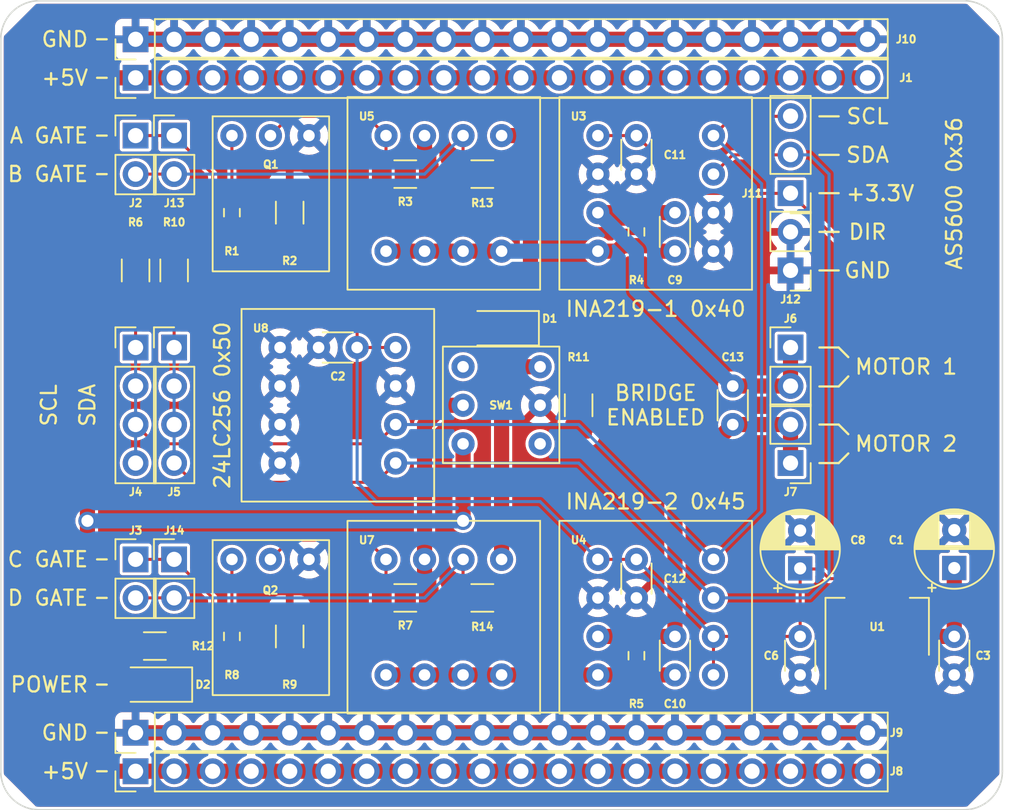
<source format=kicad_pcb>
(kicad_pcb (version 20211014) (generator pcbnew)
  (layers (0 "F.Cu" signal) (31 "B.Cu" signal) (34 "B.Paste" user) (35 "F.Paste" user) (36 "B.SilkS" user "B.Silkscreen") (37 "F.SilkS" user "F.Silkscreen") (38 "B.Mask" user) (39 "F.Mask" user) (44 "Edge.Cuts" user))
  (net 0 "")
  (net 1 "+5V")
  (net 2 "GNDD")
  (net 3 "+3V3")
  (net 4 "I_SENS_1 +")
  (net 5 "I_SENS_1 -")
  (net 6 "I_SENS_2 +")
  (net 7 "I_SENS_2 -")
  (net 8 "Net-(D1-Pad1)")
  (net 9 "SW1")
  (net 10 "Net-(D2-Pad1)")
  (net 11 "C")
  (net 12 "D")
  (net 13 "Net-(Q1-Pad3)")
  (net 14 "SW2")
  (net 15 "Net-(Q2-Pad3)")
  (net 16 "A")
  (net 17 "B")
  (net 18 "Net-(Q1-Pad1)")
  (net 19 "Net-(Q2-Pad1)")
  (net 21 "SCL1")
  (net 22 "SDA1")
  (footprint "Capacitor_THT:CP_Radial_D5.0mm_P2.50mm" (layer "F.Cu") (at 80.645 60.260113 90)
    (fp_text reference "C1")
    (fp_text value "33uF")
  )
  (footprint "Custom Footprints:C_Disc_P2.54mm" (layer "F.Cu") (at 66.04 49.53 -90)
    (fp_text reference "C13")
    (fp_text value "100nF")
  )
  (footprint "Resistor_SMD:R_1206_3216Metric_Pad1.30x1.75mm_HandSolder" (layer "F.Cu") (at 44.45 62.23 180)
    (fp_text reference "R7")
    (fp_text value "10K")
  )
  (footprint "Custom Footprints:C_Disc_P2.54mm" (layer "F.Cu") (at 59.69 33.02 90)
    (fp_text reference "C11")
    (fp_text value "100nF")
  )
  (footprint "Custom Footprints:C_Disc_P2.54mm" (layer "F.Cu") (at 62.23 66.04 90)
    (fp_text reference "C10")
    (fp_text value "100nF")
  )
  (footprint "Connector_PinHeader_2.54mm:PinHeader_1x20_P2.54mm_Vertical" (layer "F.Cu") (at 26.67 73.66 90)
    (fp_text reference "J8")
    (fp_text value "5V")
  )
  (footprint "Diode_SMD:D_1206_3216Metric_Pad1.42x1.75mm_HandSolder" (layer "F.Cu") (at 27.94 67.945 180)
    (fp_text reference "D2")
    (fp_text value "PWR")
  )
  (footprint "Resistor_SMD:R_0603_1608Metric_Pad0.98x0.95mm_HandSolder" (layer "F.Cu") (at 59.69 66.04 -90)
    (fp_text reference "R5")
    (fp_text value "10m")
  )
  (footprint "Resistor_SMD:R_1206_3216Metric_Pad1.30x1.75mm_HandSolder" (layer "F.Cu") (at 36.83 64.77 90)
    (fp_text reference "R9")
    (fp_text value "10K")
  )
  (footprint "Custom Footprints:C_Disc_P2.54mm" (layer "F.Cu") (at 70.485 66.04 -90)
    (fp_text reference "C6")
    (fp_text value "100nF")
  )
  (footprint "Custom Footprints:C_Disc_P2.54mm" (layer "F.Cu") (at 80.645 66.04 -90)
    (fp_text reference "C3")
    (fp_text value "100nF")
  )
  (footprint "Connector_PinHeader_2.54mm:PinHeader_1x20_P2.54mm_Vertical" (layer "F.Cu") (at 26.67 27.94 90)
    (fp_text reference "J1")
    (fp_text value "5V")
  )
  (footprint "Connector_PinHeader_2.54mm:PinHeader_1x20_P2.54mm_Vertical" (layer "F.Cu") (at 26.67 25.4 90)
    (fp_text reference "J10")
    (fp_text value "GND")
  )
  (footprint "Connector_PinHeader_2.54mm:PinHeader_1x02_P2.54mm_Vertical" (layer "F.Cu") (at 69.85 45.72)
    (fp_text reference "J6")
    (fp_text value "MOT1")
  )
  (footprint "Custom Footprints:SOT-23 Breadboard Adapter" (layer "F.Cu") (at 35.56 62.23)
    (fp_text reference "Q2")
    (fp_text value "AO3400A")
  )
  (footprint "Connector_PinHeader_2.54mm:PinHeader_1x03_P2.54mm_Vertical" (layer "F.Cu") (at 69.85 35.545 180)
    (fp_text reference "J11")
    (fp_text value "AS5600 I2C/PWR")
  )
  (footprint "Resistor_SMD:R_1206_3216Metric_Pad1.30x1.75mm_HandSolder" (layer "F.Cu") (at 49.53 34.29)
    (fp_text reference "R13")
    (fp_text value "10K")
  )
  (footprint "Connector_PinHeader_2.54mm:PinHeader_1x20_P2.54mm_Vertical" (layer "F.Cu") (at 26.67 71.12 90)
    (fp_text reference "J9")
    (fp_text value "GND")
  )
  (footprint "Resistor_SMD:R_1206_3216Metric_Pad1.30x1.75mm_HandSolder" (layer "F.Cu") (at 36.83 36.83 90)
    (fp_text reference "R2")
    (fp_text value "10K")
  )
  (footprint "Resistor_SMD:R_1206_3216Metric_Pad1.30x1.75mm_HandSolder" (layer "F.Cu") (at 29.21 40.64 90)
    (fp_text reference "R10")
    (fp_text value "10K")
  )
  (footprint "Capacitor_THT:CP_Radial_D5.0mm_P2.50mm" (layer "F.Cu") (at 70.485 60.285 90)
    (fp_text reference "C8")
    (fp_text value "33uF")
  )
  (footprint "Custom Footprints:SOIC-8 Breadboard Adapter" (layer "F.Cu") (at 46.99 63.5 -90)
    (fp_text reference "U7")
    (fp_text value "IRF7307")
  )
  (footprint "Resistor_SMD:R_0603_1608Metric_Pad0.98x0.95mm_HandSolder" (layer "F.Cu") (at 59.69 38.1 90)
    (fp_text reference "R4")
    (fp_text value "10m")
  )
  (footprint "Connector_PinHeader_2.54mm:PinHeader_1x02_P2.54mm_Vertical" (layer "F.Cu") (at 69.85 40.64 180)
    (fp_text reference "J12")
    (fp_text value "AS5600 GND")
  )
  (footprint "Custom Footprints:C_Disc_P2.54mm" (layer "F.Cu") (at 59.69 60.96 90)
    (fp_text reference "C12")
    (fp_text value "100nF")
  )
  (footprint "Resistor_SMD:R_1206_3216Metric_Pad1.30x1.75mm_HandSolder" (layer "F.Cu") (at 27.94 65.405 180)
    (fp_text reference "R12")
    (fp_text value "1K")
  )
  (footprint "Resistor_SMD:R_1206_3216Metric_Pad1.30x1.75mm_HandSolder" (layer "F.Cu") (at 55.88 49.53 -90)
    (fp_text reference "R11")
    (fp_text value "1K")
  )
  (footprint "Resistor_SMD:R_0603_1608Metric_Pad0.98x0.95mm_HandSolder" (layer "F.Cu") (at 33.02 64.77 -90)
    (fp_text reference "R8")
    (fp_text value "100R")
  )
  (footprint "Package_TO_SOT_SMD:SOT-223-3_TabPin2" (layer "F.Cu") (at 75.565 64.135 90)
    (fp_text reference "U1")
    (fp_text value "AMS1117-3.3")
  )
  (footprint "Connector_PinHeader_2.54mm:PinHeader_1x04_P2.54mm_Vertical" (layer "F.Cu") (at 29.21 45.72)
    (fp_text reference "J5")
    (fp_text value "SDA")
  )
  (footprint "Connector_PinHeader_2.54mm:PinHeader_1x02_P2.54mm_Vertical" (layer "F.Cu") (at 29.21 59.69)
    (fp_text reference "J14")
    (fp_text value "CD TST")
  )
  (footprint "Custom Footprints:SOT-23 Breadboard Adapter" (layer "F.Cu") (at 35.56 34.29)
    (fp_text reference "Q1")
    (fp_text value "AO3400A")
  )
  (footprint "Resistor_SMD:R_1206_3216Metric_Pad1.30x1.75mm_HandSolder" (layer "F.Cu") (at 26.67 40.64 90)
    (fp_text reference "R6")
    (fp_text value "10K")
  )
  (footprint "Custom Footprints:C_Disc_P2.54mm" (layer "F.Cu") (at 62.23 38.1 90)
    (fp_text reference "C9")
    (fp_text value "100nF")
  )
  (footprint "Resistor_SMD:R_1206_3216Metric_Pad1.30x1.75mm_HandSolder" (layer "F.Cu") (at 49.53 62.23)
    (fp_text reference "R14")
    (fp_text value "10K")
  )
  (footprint "Custom Footprints:SOIC-8 Breadboard Adapter" (layer "F.Cu") (at 40.005 49.53)
    (fp_text reference "U8")
    (fp_text value "24LC256")
  )
  (footprint "Connector_PinHeader_2.54mm:PinHeader_1x04_P2.54mm_Vertical" (layer "F.Cu") (at 26.67 45.72)
    (fp_text reference "J4")
    (fp_text value "SCL")
  )
  (footprint "Connector_PinHeader_2.54mm:PinHeader_1x02_P2.54mm_Vertical" (layer "F.Cu") (at 29.21 31.75)
    (fp_text reference "J13")
    (fp_text value "AB TST")
  )
  (footprint "Diode_SMD:D_1206_3216Metric_Pad1.42x1.75mm_HandSolder" (layer "F.Cu") (at 50.8 44.45 180)
    (fp_text reference "D1")
    (fp_text value "BRIDGE")
  )
  (footprint "Connector_PinHeader_2.54mm:PinHeader_1x02_P2.54mm_Vertical" (layer "F.Cu") (at 69.85 53.34 180)
    (fp_text reference "J7")
    (fp_text value "MOT2")
  )
  (footprint "Connector_PinHeader_2.54mm:PinHeader_1x02_P2.54mm_Vertical" (layer "F.Cu") (at 26.67 31.75)
    (fp_text reference "J2")
    (fp_text value "AB CMD")
  )
  (footprint "Resistor_SMD:R_0603_1608Metric_Pad0.98x0.95mm_HandSolder" (layer "F.Cu") (at 33.02 36.83 90)
    (fp_text reference "R1")
    (fp_text value "100R")
  )
  (footprint "Resistor_SMD:R_1206_3216Metric_Pad1.30x1.75mm_HandSolder" (layer "F.Cu") (at 44.45 34.29 180)
    (fp_text reference "R3")
    (fp_text value "10K")
  )
  (footprint "Custom Footprints:SOIC-8 Breadboard Adapter" (layer "F.Cu") (at 60.96 63.5 180)
    (fp_text reference "U4")
    (fp_text value "INA219AxD")
  )
  (footprint "Custom Footprints:SOIC-8 Breadboard Adapter" (layer "F.Cu") (at 46.99 35.56 -90)
    (fp_text reference "U5")
    (fp_text value "IRF7307")
  )
  (footprint "Custom Footprints:DPDT Pushbutton" (layer "F.Cu") (at 50.8 49.53 180)
    (fp_text reference "SW1")
    (fp_text value "MOTOR ENABLE")
  )
  (footprint "Custom Footprints:SOIC-8 Breadboard Adapter" (layer "F.Cu") (at 60.96 35.56 180)
    (fp_text reference "U3")
    (fp_text value "INA219AxD")
  )
  (footprint "Connector_PinHeader_2.54mm:PinHeader_1x02_P2.54mm_Vertical" (layer "F.Cu") (at 26.67 59.69)
    (fp_text reference "J3")
    (fp_text value "CD CMD")
  )
  (footprint "Custom Footprints:C_Disc_P2.54mm" (layer "F.Cu") (at 40.005 45.72)
    (fp_text reference "C2")
    (fp_text value "100nF")
  )
  (gr_line (start 24.13 31.75) (end 24.765 31.75) (layer "F.SilkS") (width 0.15))
  (gr_line (start 71.755 35.545) (end 73.025 35.545) (layer "F.SilkS") (width 0.15))
  (gr_line (start 24.13 62.23) (end 24.765 62.23) (layer "F.SilkS") (width 0.15))
  (gr_line (start 71.755 30.48) (end 73.025 30.48) (layer "F.SilkS") (width 0.15))
  (gr_line (start 73.025 48.29) (end 73.66 47.625) (layer "F.SilkS") (width 0.15))
  (gr_line (start 24.765 34.29) (end 24.13 34.29) (layer "F.SilkS") (width 0.15))
  (gr_line (start 71.755 40.64) (end 73.025 40.64) (layer "F.SilkS") (width 0.15))
  (gr_line (start 71.755 50.8) (end 73.025 50.8) (layer "F.SilkS") (width 0.15))
  (gr_line (start 24.13 67.945) (end 24.765 67.945) (layer "F.SilkS") (width 0.15))
  (gr_line (start 24.13 25.4) (end 24.765 25.4) (layer "F.SilkS") (width 0.15))
  (gr_line (start 24.13 71.12) (end 24.765 71.12) (layer "F.SilkS") (width 0.15))
  (gr_line (start 71.755 48.29) (end 73.025 48.29) (layer "F.SilkS") (width 0.15))
  (gr_line (start 73.025 45.72) (end 73.66 46.355) (layer "F.SilkS") (width 0.15))
  (gr_line (start 73.025 50.8) (end 73.66 51.435) (layer "F.SilkS") (width 0.15))
  (gr_line (start 73.025 53.34) (end 73.66 52.705) (layer "F.SilkS") (width 0.15))
  (gr_line (start 71.755 53.34) (end 73.025 53.34) (layer "F.SilkS") (width 0.15))
  (gr_line (start 24.13 73.66) (end 24.765 73.66) (layer "F.SilkS") (width 0.15))
  (gr_line (start 24.13 59.69) (end 24.765 59.69) (layer "F.SilkS") (width 0.15))
  (gr_line (start 71.755 38.1) (end 73.025 38.1) (layer "F.SilkS") (width 0.15))
  (gr_line (start 71.755 33.02) (end 73.025 33.02) (layer "F.SilkS") (width 0.15))
  (gr_line (start 71.755 45.72) (end 73.025 45.72) (layer "F.SilkS") (width 0.15))
  (gr_line (start 24.13 27.94) (end 24.765 27.94) (layer "F.SilkS") (width 0.15))
  (gr_line (start 17.78 25.4) (end 17.78 73.66) (layer "Edge.Cuts") (width 0.1))
  (gr_arc (start 17.78 25.4) (mid 18.523949 23.603949) (end 20.32 22.86) (layer "Edge.Cuts") (width 0.1))
  (gr_arc (start 83.82 73.66) (mid 83.076051 75.456051) (end 81.28 76.2) (layer "Edge.Cuts") (width 0.1))
  (gr_arc (start 20.32 76.2) (mid 18.523949 75.456051) (end 17.78 73.66) (layer "Edge.Cuts") (width 0.1))
  (gr_line (start 20.32 76.2) (end 81.28 76.2) (layer "Edge.Cuts") (width 0.1))
  (gr_line (start 83.82 73.66) (end 83.82 25.4) (layer "Edge.Cuts") (width 0.1))
  (gr_arc (start 81.28 22.86) (mid 83.076051 23.603949) (end 83.82 25.4) (layer "Edge.Cuts") (width 0.1))
  (gr_line (start 81.28 22.86) (end 20.32 22.86) (layer "Edge.Cuts") (width 0.1))
  (gr_text "GND" (at 74.93 40.64) (layer "F.SilkS") (effects (font (size 1 1))))
  (gr_text "INA219-2 0x45" (at 60.96 55.88) (layer "F.SilkS") (effects (font (size 1 1))))
  (gr_text "MOTOR 1" (at 77.47 46.99) (layer "F.SilkS") (effects (font (size 1 1))))
  (gr_text "SCL" (at 20.955 49.53 90) (layer "F.SilkS") (effects (font (size 1 1))))
  (gr_text "DIR" (at 74.93 38.1) (layer "F.SilkS") (effects (font (size 1 1))))
  (gr_text "SDA" (at 23.495 49.53 90) (layer "F.SilkS") (effects (font (size 1 1))))
  (gr_text "BRIDGE\nENABLED" (at 60.96 49.53) (layer "F.SilkS") (effects (font (size 1 1))))
  (gr_text "POWER" (at 20.97881 67.945) (layer "F.SilkS") (effects (font (size 1 1))))
  (gr_text "GND" (at 22.002619 71.12) (layer "F.SilkS") (effects (font (size 1 1))))
  (gr_text "INA219-1 0x40" (at 60.96 43.18) (layer "F.SilkS") (effects (font (size 1 1))))
  (gr_text "A GATE" (at 20.955 31.75) (layer "F.SilkS") (effects (font (size 1 1))))
  (gr_text "B GATE" (at 20.883572 34.29) (layer "F.SilkS") (effects (font (size 1 1))))
  (gr_text "C GATE\n" (at 20.883572 59.69) (layer "F.SilkS") (effects (font (size 1 1))))
  (gr_text "D GATE" (at 20.883572 62.23) (layer "F.SilkS") (effects (font (size 1 1))))
  (gr_text "SDA" (at 74.93 33.02) (layer "F.SilkS") (effects (font (size 1 1))))
  (gr_text "+3.3V" (at 75.763333 35.56) (layer "F.SilkS") (effects (font (size 1 1))))
  (gr_text "MOTOR 2" (at 77.47 52.07) (layer "F.SilkS") (effects (font (size 1 1))))
  (gr_text "AS5600 0x36" (at 80.645 35.56 90) (layer "F.SilkS") (effects (font (size 1 1))))
  (gr_text "+5V" (at 22.002619 27.94) (layer "F.SilkS") (effects (font (size 1 1))))
  (gr_text "SCL" (at 74.93 30.48) (layer "F.SilkS") (effects (font (size 1 1))))
  (gr_text "24LC256 0x50" (at 32.385 49.53 90) (layer "F.SilkS") (effects (font (size 1 1))))
  (gr_text "+5V" (at 22.002619 73.66) (layer "F.SilkS") (effects (font (size 1 1))))
  (gr_text "GND" (at 22.002619 25.4) (layer "F.SilkS") (effects (font (size 1 1))))
  (segment (start 24.765 67.945) (end 23.495 66.675) (width 1) (layer "F.Cu") (net 1))
  (segment (start 23.495 66.675) (end 23.495 29.21) (width 1) (layer "F.Cu") (net 1))
  (segment (start 23.495 29.21) (end 24.765 27.94) (width 1) (layer "F.Cu") (net 1))
  (segment (start 24.765 27.94) (end 26.67 27.94) (width 1) (layer "F.Cu") (net 1))
  (segment (start 26.67 27.94) (end 74.93 27.94) (width 1) (layer "F.Cu") (net 1))
  (segment (start 24.765 67.945) (end 23.495 69.215) (width 1) (layer "F.Cu") (net 1))
  (segment (start 76.835 73.66) (end 74.93 73.66) (width 1) (layer "F.Cu") (net 1))
  (segment (start 77.865 67.31) (end 77.865 65.645) (width 1) (layer "F.Cu") (net 1))
  (segment (start 24.765 73.66) (end 26.67 73.66) (width 1) (layer "F.Cu") (net 1))
  (segment (start 77.865 72.63) (end 76.835 73.66) (width 1) (layer "F.Cu") (net 1))
  (segment (start 77.865 67.285) (end 77.865 72.63) (width 1) (layer "F.Cu") (net 1))
  (segment (start 23.495 69.215) (end 23.495 72.39) (width 1) (layer "F.Cu") (net 1))
  (segment (start 23.495 72.39) (end 24.765 73.66) (width 1) (layer "F.Cu") (net 1))
  (segment (start 26.4525 67.945) (end 24.765 67.945) (width 1) (layer "F.Cu") (net 1))
  (segment (start 77.865 65.645) (end 78.74 64.77) (width 1) (layer "F.Cu") (net 1))
  (segment (start 48.26 57.15) (end 48.26 52.07) (width 1) (layer "F.Cu") (net 1))
  (segment (start 80.645 64.77) (end 80.645 60.325) (width 1) (layer "F.Cu") (net 1))
  (segment (start 74.93 73.66) (end 26.67 73.66) (width 1) (layer "F.Cu") (net 1))
  (segment (start 78.74 64.77) (end 80.645 64.77) (width 1) (layer "F.Cu") (net 1))
  (via (at 23.495 57.15) (size 1.2) (drill 0.8) (layers "F.Cu" "B.Cu") (net 1))
  (via (at 48.26 57.15) (size 1.2) (drill 0.8) (layers "F.Cu" "B.Cu") (net 1))
  (segment (start 48.26 57.15) (end 23.495 57.15) (width 1) (layer "B.Cu") (net 1))
  (segment (start 74.93 25.4) (end 26.67 25.4) (width 1) (layer "F.Cu") (net 2))
  (segment (start 26.67 71.12) (end 74.93 71.12) (width 1) (layer "F.Cu") (net 2))
  (segment (start 69.85 35.545) (end 75.565 41.26) (width 0.2) (layer "F.Cu") (net 3))
  (segment (start 29.21 39.09) (end 31.47 39.09) (width 0.2) (layer "F.Cu") (net 3))
  (segment (start 75.565 67.285) (end 75.565 60.96) (width 0.2) (layer "F.Cu") (net 3))
  (segment (start 38.735 41.275) (end 41.275 43.815) (width 0.2) (layer "F.Cu") (net 3))
  (segment (start 64.77 64.77) (end 64.77 67.31) (width 0.2) (layer "F.Cu") (net 3))
  (segment (start 31.47 39.09) (end 33.655 41.275) (width 0.2) (layer "F.Cu") (net 3))
  (segment (start 75.565 41.26) (end 75.565 60.96) (width 0.2) (layer "F.Cu") (net 3))
  (segment (start 70.485 64.77) (end 70.485 60.325) (width 0.2) (layer "F.Cu") (net 3))
  (segment (start 59.69 31.75) (end 63.5 35.56) (width 0.2) (layer "F.Cu") (net 3))
  (segment (start 33.655 41.275) (end 38.735 41.275) (width 0.2) (layer "F.Cu") (net 3))
  (segment (start 70.485 60.325) (end 71.755 60.325) (width 0.2) (layer "F.Cu") (net 3))
  (segment (start 64.77 64.77) (end 70.485 64.77) (width 0.2) (layer "F.Cu") (net 3))
  (segment (start 29.21 39.09) (end 26.67 39.09) (width 0.2) (layer "F.Cu") (net 3))
  (segment (start 57.15 59.69) (end 59.69 59.69) (width 0.2) (layer "F.Cu") (net 3))
  (segment (start 71.755 60.325) (end 72.39 60.96) (width 0.2) (layer "F.Cu") (net 3))
  (segment (start 63.5 35.56) (end 69.85 35.56) (width 0.2) (layer "F.Cu") (net 3))
  (segment (start 57.15 31.75) (end 59.69 31.75) (width 0.2) (layer "F.Cu") (net 3))
  (segment (start 72.39 60.96) (end 75.565 60.96) (width 0.2) (layer "F.Cu") (net 3))
  (segment (start 41.275 43.815) (end 41.275 45.72) (width 0.2) (layer "F.Cu") (net 3))
  (segment (start 41.275 45.72) (end 43.815 45.72) (width 0.2) (layer "F.Cu") (net 3))
  (segment (start 41.275 54.61) (end 41.275 45.72) (width 0.2) (layer "B.Cu") (net 3))
  (segment (start 42.545 55.88) (end 41.275 54.61) (width 0.2) (layer "B.Cu") (net 3))
  (segment (start 59.69 59.69) (end 64.77 64.77) (width 0.2) (layer "B.Cu") (net 3))
  (segment (start 53.34 55.88) (end 42.545 55.88) (width 0.2) (layer "B.Cu") (net 3))
  (segment (start 57.15 59.69) (end 53.34 55.88) (width 0.2) (layer "B.Cu") (net 3))
  (segment (start 50.8 39.37) (end 43.18 39.37) (width 1) (layer "F.Cu") (net 4))
  (segment (start 59.69 39.0125) (end 58.7775 39.0125) (width 1) (layer "F.Cu") (net 4))
  (segment (start 58.7775 39.0125) (end 58.42 39.37) (width 1) (layer "F.Cu") (net 4))
  (segment (start 60.96 39.37) (end 62.23 39.37) (width 1) (layer "F.Cu") (net 4))
  (segment (start 60.6025 39.0125) (end 60.96 39.37) (width 1) (layer "F.Cu") (net 4))
  (segment (start 58.42 39.37) (end 57.15 39.37) (width 1) (layer "F.Cu") (net 4))
  (segment (start 59.69 39.0125) (end 60.6025 39.0125) (width 1) (layer "F.Cu") (net 4))
  (segment (start 50.8 39.37) (end 57.15 39.37) (width 1) (layer "B.Cu") (net 4))
  (segment (start 60.6025 37.1875) (end 60.96 36.83) (width 1) (layer "F.Cu") (net 5))
  (segment (start 59.69 37.1875) (end 60.6025 37.1875) (width 1) (layer "F.Cu") (net 5))
  (segment (start 58.7775 37.1875) (end 58.42 36.83) (width 1) (layer "F.Cu") (net 5))
  (segment (start 69.85 48.26) (end 69.85 45.72) (width 1) (layer "F.Cu") (net 5))
  (segment (start 59.69 37.1875) (end 58.7775 37.1875) (width 1) (layer "F.Cu") (net 5))
  (segment (start 62.23 36.83) (end 60.96 36.83) (width 1) (layer "F.Cu") (net 5))
  (segment (start 66.04 48.26) (end 69.85 48.26) (width 1) (layer "F.Cu") (net 5))
  (segment (start 57.15 36.83) (end 58.42 36.83) (width 1) (layer "F.Cu") (net 5))
  (segment (start 59.69 41.91) (end 59.69 39.37) (width 1) (layer "B.Cu") (net 5))
  (segment (start 59.69 39.37) (end 57.15 36.83) (width 1) (layer "B.Cu") (net 5))
  (segment (start 66.04 48.26) (end 59.69 41.91) (width 1) (layer "B.Cu") (net 5))
  (segment (start 50.8 67.31) (end 57.15 67.31) (width 1) (layer "F.Cu") (net 6))
  (segment (start 59.69 66.9525) (end 60.6025 66.9525) (width 1) (layer "F.Cu") (net 6))
  (segment (start 58.24125 67.31) (end 57.15 67.31) (width 1) (layer "F.Cu") (net 6))
  (segment (start 50.8 67.31) (end 43.18 67.31) (width 1) (layer "F.Cu") (net 6))
  (segment (start 62.23 67.31) (end 60.96 67.31) (width 1) (layer "F.Cu") (net 6))
  (segment (start 58.59875 66.9525) (end 58.24125 67.31) (width 1) (layer "F.Cu") (net 6))
  (segment (start 59.69 66.9525) (end 58.59875 66.9525) (width 1) (layer "F.Cu") (net 6))
  (segment (start 60.6025 66.9525) (end 60.96 67.31) (width 1) (layer "F.Cu") (net 6))
  (segment (start 62.23 55.88) (end 62.23 64.77) (width 1) (layer "F.Cu") (net 7))
  (segment (start 60.6025 65.1275) (end 60.96 64.77) (width 1) (layer "F.Cu") (net 7))
  (segment (start 59.69 65.1275) (end 60.6025 65.1275) (width 1) (layer "F.Cu") (net 7))
  (segment (start 66.04 50.8) (end 62.23 54.61) (width 1) (layer "F.Cu") (net 7))
  (segment (start 57.15 64.77) (end 58.42 64.77) (width 1) (layer "F.Cu") (net 7))
  (segment (start 58.7775 65.1275) (end 58.42 64.77) (width 1) (layer "F.Cu") (net 7))
  (segment (start 66.04 50.8) (end 69.85 50.8) (width 1) (layer "F.Cu") (net 7))
  (segment (start 62.23 64.77) (end 60.96 64.77) (width 1) (layer "F.Cu") (net 7))
  (segment (start 59.69 65.1275) (end 58.7775 65.1275) (width 1) (layer "F.Cu") (net 7))
  (segment (start 69.85 53.34) (end 69.85 50.8) (width 1) (layer "F.Cu") (net 7))
  (segment (start 62.23 54.61) (end 62.23 55.88) (width 1) (layer "F.Cu") (net 7))
  (segment (start 52.2875 44.45) (end 54.61 44.45) (width 0.2) (layer "F.Cu") (net 8))
  (segment (start 54.61 44.45) (end 55.88 45.72) (width 0.2) (layer "F.Cu") (net 8))
  (segment (start 55.88 45.72) (end 55.88 47.98) (width 0.2) (layer "F.Cu") (net 8))
  (segment (start 40.64 38.1) (end 41.91 36.83) (width 1) (layer "F.Cu") (net 9))
  (segment (start 45.72 48.26) (end 46.99 49.53) (width 1) (layer "F.Cu") (net 9))
  (segment (start 41.91 36.83) (end 45.085 36.83) (width 1) (layer "F.Cu") (net 9))
  (segment (start 46 62.23) (end 46 60.96) (width 1) (layer "F.Cu") (net 9))
  (segment (start 46 60.96) (end 45.72 60.68) (width 1) (layer "F.Cu") (net 9))
  (segment (start 40.64 39.37) (end 40.64 38.1) (width 1) (layer "F.Cu") (net 9))
  (segment (start 45.72 44.45) (end 40.64 39.37) (width 1) (layer "F.Cu") (net 9))
  (segment (start 45.72 32.74) (end 45.72 31.75) (width 1) (layer "F.Cu") (net 9))
  (segment (start 46.99 49.53) (end 48.26 49.53) (width 1) (layer "F.Cu") (net 9))
  (segment (start 45.72 50.8) (end 46.99 49.53) (width 1) (layer "F.Cu") (net 9))
  (segment (start 46 34.29) (end 46 33.02) (width 1) (layer "F.Cu") (net 9))
  (segment (start 45.72 44.45) (end 45.72 48.26) (width 1) (layer "F.Cu") (net 9))
  (segment (start 45.085 36.83) (end 46 35.915) (width 1) (layer "F.Cu") (net 9))
  (segment (start 46 33.02) (end 45.72 32.74) (width 1) (layer "F.Cu") (net 9))
  (segment (start 45.72 59.69) (end 45.72 50.8) (width 1) (layer "F.Cu") (net 9))
  (segment (start 46 35.915) (end 46 34.29) (width 1) (layer "F.Cu") (net 9))
  (segment (start 49.3125 44.45) (end 45.72 44.45) (width 1) (layer "F.Cu") (net 9))
  (segment (start 45.72 60.68) (end 45.72 59.69) (width 1) (layer "F.Cu") (net 9))
  (segment (start 29.49 65.405) (end 29.49 67.665) (width 0.2) (layer "F.Cu") (net 10))
  (segment (start 26.67 59.69) (end 29.21 59.69) (width 0.2) (layer "F.Cu") (net 11))
  (segment (start 36.83 66.32) (end 34.57 66.32) (width 0.2) (layer "F.Cu") (net 11))
  (segment (start 33.9325 65.6825) (end 33.02 65.6825) (width 0.2) (layer "F.Cu") (net 11))
  (segment (start 34.57 66.32) (end 33.9325 65.6825) (width 0.2) (layer "F.Cu") (net 11))
  (segment (start 31.75 62.23) (end 29.21 59.69) (width 0.2) (layer "F.Cu") (net 11))
  (segment (start 31.75 64.4125) (end 31.75 62.23) (width 0.2) (layer "F.Cu") (net 11))
  (segment (start 33.02 65.6825) (end 31.75 64.4125) (width 0.2) (layer "F.Cu") (net 11))
  (segment (start 47.98 60.96) (end 48.26 60.68) (width 0.2) (layer "F.Cu") (net 12))
  (segment (start 48.26 60.68) (end 48.26 59.69) (width 0.2) (layer "F.Cu") (net 12))
  (segment (start 26.67 62.23) (end 29.21 62.23) (width 0.2) (layer "F.Cu") (net 12))
  (segment (start 47.98 62.23) (end 47.98 60.96) (width 0.2) (layer "F.Cu") (net 12))
  (segment (start 29.21 62.23) (end 45.72 62.23) (width 0.2) (layer "B.Cu") (net 12))
  (segment (start 45.72 62.23) (end 48.26 59.69) (width 0.2) (layer "B.Cu") (net 12))
  (segment (start 42.9 34.29) (end 42.9 33.02) (width 0.2) (layer "F.Cu") (net 13))
  (segment (start 35.56 31.75) (end 36.83 30.48) (width 0.2) (layer "F.Cu") (net 13))
  (segment (start 41.91 30.48) (end 43.18 31.75) (width 0.2) (layer "F.Cu") (net 13))
  (segment (start 43.18 32.74) (end 43.18 31.75) (width 0.2) (layer "F.Cu") (net 13))
  (segment (start 36.83 30.48) (end 41.91 30.48) (width 0.2) (layer "F.Cu") (net 13))
  (segment (start 42.9 33.02) (end 43.18 32.74) (width 0.2) (layer "F.Cu") (net 13))
  (segment (start 52.705 40.64) (end 52.705 32.57737) (width 1) (layer "F.Cu") (net 14))
  (segment (start 52.07 46.99) (end 50.8 45.72) (width 1) (layer "F.Cu") (net 14))
  (segment (start 50.8 59.69) (end 50.8 48.26) (width 1) (layer "F.Cu") (net 14))
  (segment (start 52.705 32.57737) (end 51.87763 31.75) (width 1) (layer "F.Cu") (net 14))
  (segment (start 50.8 48.26) (end 52.07 46.99) (width 1) (layer "F.Cu") (net 14))
  (segment (start 50.8 45.72) (end 50.8 42.545) (width 1) (layer "F.Cu") (net 14))
  (segment (start 51.87763 31.75) (end 50.8 31.75) (width 1) (layer "F.Cu") (net 14))
  (segment (start 53.34 46.99) (end 52.07 46.99) (width 1) (layer "F.Cu") (net 14))
  (segment (start 50.8 42.545) (end 52.705 40.64) (width 1) (layer "F.Cu") (net 14))
  (segment (start 43.18 60.68) (end 43.18 59.69) (width 0.2) (layer "F.Cu") (net 15))
  (segment (start 41.91 58.42) (end 43.18 59.69) (width 0.2) (layer "F.Cu") (net 15))
  (segment (start 42.9 60.96) (end 43.18 60.68) (width 0.2) (layer "F.Cu") (net 15))
  (segment (start 42.9 62.23) (end 42.9 60.96) (width 0.2) (layer "F.Cu") (net 15))
  (segment (start 36.83 58.42) (end 41.91 58.42) (width 0.2) (layer "F.Cu") (net 15))
  (segment (start 35.56 59.69) (end 36.83 58.42) (width 0.2) (layer "F.Cu") (net 15))
  (segment (start 34.57 38.38) (end 33.9325 37.7425) (width 0.2) (layer "F.Cu") (net 16))
  (segment (start 31.75 34.29) (end 29.21 31.75) (width 0.2) (layer "F.Cu") (net 16))
  (segment (start 33.02 37.7425) (end 31.75 36.4725) (width 0.2) (layer "F.Cu") (net 16))
  (segment (start 36.83 38.38) (end 34.57 38.38) (width 0.2) (layer "F.Cu") (net 16))
  (segment (start 26.67 31.75) (end 29.21 31.75) (width 0.2) (layer "F.Cu") (net 16))
  (segment (start 31.75 36.4725) (end 31.75 34.29) (width 0.2) (layer "F.Cu") (net 16))
  (segment (start 33.9325 37.7425) (end 33.02 37.7425) (width 0.2) (layer "F.Cu") (net 16))
  (segment (start 47.98 34.29) (end 47.98 33.02) (width 0.2) (layer "F.Cu") (net 17))
  (segment (start 26.67 34.29) (end 29.21 34.29) (width 0.2) (layer "F.Cu") (net 17))
  (segment (start 48.26 32.74) (end 48.26 31.75) (width 0.2) (layer "F.Cu") (net 17))
  (segment (start 47.98 33.02) (end 48.26 32.74) (width 0.2) (layer "F.Cu") (net 17))
  (segment (start 29.21 34.29) (end 45.72 34.29) (width 0.2) (layer "B.Cu") (net 17))
  (segment (start 45.72 34.29) (end 48.26 31.75) (width 0.2) (layer "B.Cu") (net 17))
  (segment (start 33.02 35.9175) (end 33.02 31.75) (width 0.2) (layer "F.Cu") (net 18))
  (segment (start 33.02 63.8575) (end 33.02 59.69) (width 0.2) (layer "F.Cu") (net 19))
  (segment (start 26.67 42.19) (end 26.67 45.72) (width 0.2) (layer "F.Cu") (net 21))
  (segment (start 66.04 30.48) (end 69.85 30.48) (width 0.2) (layer "F.Cu") (net 21))
  (segment (start 42.545 52.07) (end 43.815 50.8) (width 0.2) (layer "F.Cu") (net 21))
  (segment (start 26.67 50.8) (end 27.94 52.07) (width 0.2) (layer "F.Cu") (net 21))
  (segment (start 27.94 52.07) (end 42.545 52.07) (width 0.2) (layer "F.Cu") (net 21))
  (segment (start 64.77 31.75) (end 66.04 30.48) (width 0.2) (layer "F.Cu") (net 21))
  (segment (start 64.77 59.69) (end 67.945 56.515) (width 0.2) (layer "B.Cu") (net 21))
  (segment (start 67.945 34.925) (end 64.77 31.75) (width 0.2) (layer "B.Cu") (net 21))
  (segment (start 67.945 56.515) (end 67.945 34.925) (width 0.2) (layer "B.Cu") (net 21))
  (segment (start 55.88 50.8) (end 64.77 59.69) (width 0.2) (layer "B.Cu") (net 21))
  (segment (start 43.815 50.8) (end 55.88 50.8) (width 0.2) (layer "B.Cu") (net 21))
  (segment (start 26.67 45.72) (end 26.67 53.34) (width 0.2) (layer "B.Cu") (net 21))
  (segment (start 42.545 54.61) (end 43.815 53.34) (width 0.2) (layer "F.Cu") (net 22))
  (segment (start 66.04 33.02) (end 69.85 33.02) (width 0.2) (layer "F.Cu") (net 22))
  (segment (start 29.21 42.19) (end 29.21 45.72) (width 0.2) (layer "F.Cu") (net 22))
  (segment (start 64.77 34.29) (end 66.04 33.02) (width 0.2) (layer "F.Cu") (net 22))
  (segment (start 30.48 54.61) (end 42.545 54.61) (width 0.2) (layer "F.Cu") (net 22))
  (segment (start 29.21 53.34) (end 30.48 54.61) (width 0.2) (layer "F.Cu") (net 22))
  (segment (start 55.88 53.34) (end 64.77 62.23) (width 0.2) (layer "B.Cu") (net 22))
  (segment (start 71.12 33.02) (end 72.39 34.29) (width 0.2) (layer "B.Cu") (net 22))
  (segment (start 29.21 53.35) (end 29.21 45.72) (width 0.2) (layer "B.Cu") (net 22))
  (segment (start 69.85 33.02) (end 71.12 33.02) (width 0.2) (layer "B.Cu") (net 22))
  (segment (start 71.12 62.23) (end 64.77 62.23) (width 0.2) (layer "B.Cu") (net 22))
  (segment (start 72.39 60.96) (end 71.12 62.23) (width 0.2) (layer "B.Cu") (net 22))
  (segment (start 43.815 53.34) (end 55.88 53.34) (width 0.2) (layer "B.Cu") (net 22))
  (segment (start 72.39 34.29) (end 72.39 60.96) (width 0.2) (layer "B.Cu") (net 22))
  (zone (net 2) (net_name "GNDD") (layers F&B.Cu) (connect_pads (clearance 0.2)) (min_thickness 0.254) (fill yes (thermal_gap 0.508) (thermal_bridge_width 0.508))
    (polygon (pts (xy 83.82 25.4) (xy 83.82 73.66) (xy 81.28 76.2) (xy 20.32 76.2) (xy 17.78 73.66) (xy 17.78 25.4) (xy 20.32 22.86) (xy 81.28 22.86)))
  )
)
</source>
